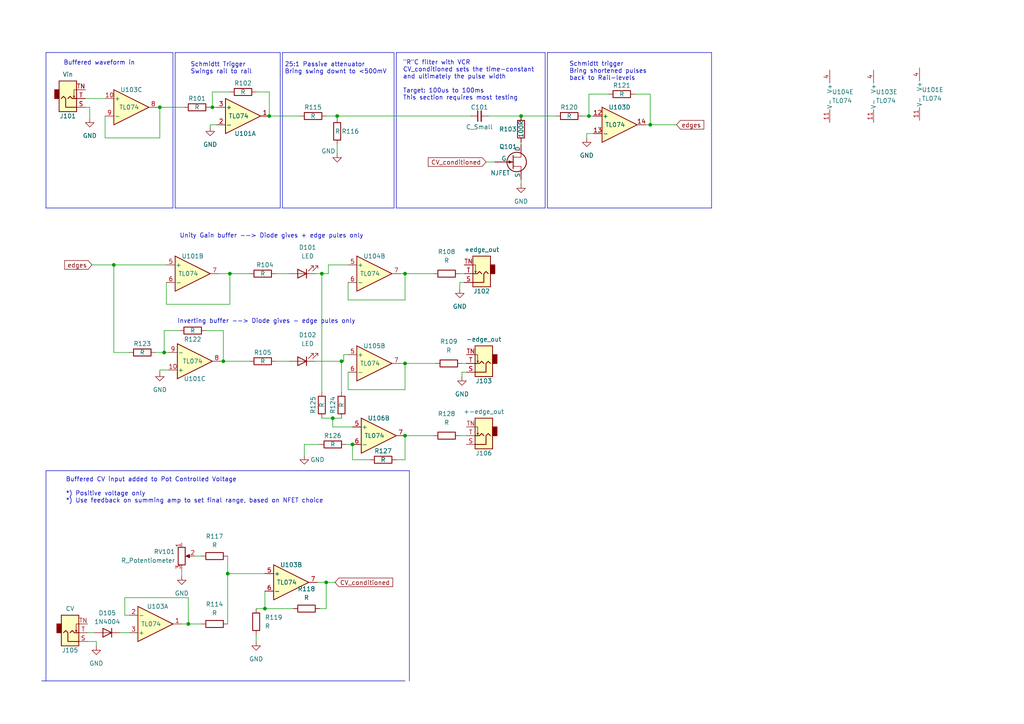
<source format=kicad_sch>
(kicad_sch (version 20230121) (generator eeschema)
  (paper "A4")
  (lib_symbols
    (symbol "Amplifier_Operational:TL074" (pin_names (offset 0.127))
      (property "Reference" "U" (at 0 5.08 0))
      (property "Value" "TL074" (at 0 -5.08 0))
      (symbol "TL074_1_1"
        (polyline (pts (xy -5.08 5.08) (xy 5.08 0) (xy -5.08 -5.08) (xy -5.08 5.08)) (stroke (width 0.254)) (fill (type background)))
        (pin output line (at 7.62 0 180) (length 2.54) (name "~") (number "1"))
        (pin input line (at -7.62 -2.54 0) (length 2.54) (name "-") (number "2"))
        (pin input line (at -7.62 2.54 0) (length 2.54) (name "+") (number "3"))
      )
      (symbol "TL074_2_1"
        (polyline (pts (xy -5.08 5.08) (xy 5.08 0) (xy -5.08 -5.08) (xy -5.08 5.08)) (stroke (width 0.254)) (fill (type background)))
        (pin input line (at -7.62 2.54 0) (length 2.54) (name "+") (number "5"))
        (pin input line (at -7.62 -2.54 0) (length 2.54) (name "-") (number "6"))
        (pin output line (at 7.62 0 180) (length 2.54) (name "~") (number "7"))
      )
      (symbol "TL074_3_1"
        (polyline (pts (xy -5.08 5.08) (xy 5.08 0) (xy -5.08 -5.08) (xy -5.08 5.08)) (stroke (width 0.254)) (fill (type background)))
        (pin input line (at -7.62 2.54 0) (length 2.54) (name "+") (number "10"))
        (pin output line (at 7.62 0 180) (length 2.54) (name "~") (number "8"))
        (pin input line (at -7.62 -2.54 0) (length 2.54) (name "-") (number "9"))
      )
      (symbol "TL074_4_1"
        (polyline (pts (xy -5.08 5.08) (xy 5.08 0) (xy -5.08 -5.08) (xy -5.08 5.08)) (stroke (width 0.254)) (fill (type background)))
        (pin input line (at -7.62 2.54 0) (length 2.54) (name "+") (number "12"))
        (pin input line (at -7.62 -2.54 0) (length 2.54) (name "-") (number "13"))
        (pin output line (at 7.62 0 180) (length 2.54) (name "~") (number "14"))
      )
      (symbol "TL074_5_1"
        (pin power_in line (at -2.54 -7.62 90) (length 3.81) (name "V-") (number "11"))
        (pin power_in line (at -2.54 7.62 270) (length 3.81) (name "V+") (number "4"))
      )
    )
    (symbol "Device:C_Small" (pin_numbers hide) (pin_names (offset 0.254) hide)
      (property "Reference" "C" (at 0.254 1.778 0))
      (property "Value" "C_Small" (at 0.254 -2.032 0))
      (symbol "C_Small_0_1"
        (polyline (pts (xy -1.524 -0.508) (xy 1.524 -0.508)) (stroke (width 0.3302)))
        (polyline (pts (xy -1.524 0.508) (xy 1.524 0.508)) (stroke (width 0.3048)))
      )
      (symbol "C_Small_1_1"
        (pin passive line (at 0 2.54 270) (length 2.032) (name "~") (number "1"))
        (pin passive line (at 0 -2.54 90) (length 2.032) (name "~") (number "2"))
      )
    )
    (symbol "Device:LED" (pin_numbers hide) (pin_names (offset 1.016) hide)
      (property "Reference" "D" (at 0 2.54 0))
      (property "Value" "LED" (at 0 -2.54 0))
      (symbol "LED_0_1"
        (polyline (pts (xy -1.27 -1.27) (xy -1.27 1.27)) (stroke (width 0.254)))
        (polyline (pts (xy -1.27 0) (xy 1.27 0)))
        (polyline (pts (xy 1.27 -1.27) (xy 1.27 1.27) (xy -1.27 0) (xy 1.27 -1.27)) (stroke (width 0.254)))
        (polyline (pts (xy -3.048 -0.762) (xy -4.572 -2.286) (xy -3.81 -2.286) (xy -4.572 -2.286) (xy -4.572 -1.524)))
        (polyline (pts (xy -1.778 -0.762) (xy -3.302 -2.286) (xy -2.54 -2.286) (xy -3.302 -2.286) (xy -3.302 -1.524)))
      )
      (symbol "LED_1_1"
        (pin passive line (at -3.81 0 0) (length 2.54) (name "K") (number "1"))
        (pin passive line (at 3.81 0 180) (length 2.54) (name "A") (number "2"))
      )
    )
    (symbol "Device:R" (pin_numbers hide) (pin_names (offset 0))
      (property "Reference" "R" (at 2.032 0 90))
      (property "Value" "R" (at 0 0 90))
      (symbol "R_0_1"
        (rectangle (start -1.016 -2.54) (end 1.016 2.54) (stroke (width 0.254)))
      )
      (symbol "R_1_1"
        (pin passive line (at 0 3.81 270) (length 1.27) (name "~") (number "1"))
        (pin passive line (at 0 -3.81 90) (length 1.27) (name "~") (number "2"))
      )
    )
    (symbol "Device:R_Potentiometer" (pin_names (offset 1.016) hide)
      (property "Reference" "RV" (at -4.445 0 90))
      (property "Value" "R_Potentiometer" (at -2.54 0 90))
      (symbol "R_Potentiometer_0_1"
        (polyline (pts (xy 2.54 0) (xy 1.524 0)))
        (polyline (pts (xy 1.143 0) (xy 2.286 0.508) (xy 2.286 -0.508) (xy 1.143 0)) (fill (type outline)))
        (rectangle (start 1.016 2.54) (end -1.016 -2.54) (stroke (width 0.254)))
      )
      (symbol "R_Potentiometer_1_1"
        (pin passive line (at 0 3.81 270) (length 1.27) (name "1") (number "1"))
        (pin passive line (at 3.81 0 180) (length 1.27) (name "2") (number "2"))
        (pin passive line (at 0 -3.81 90) (length 1.27) (name "3") (number "3"))
      )
    )
    (symbol "Diode:1N4004" (pin_numbers hide) (pin_names hide)
      (property "Reference" "D" (at 0 2.54 0))
      (property "Value" "1N4004" (at 0 -2.54 0))
      (symbol "1N4004_0_1"
        (polyline (pts (xy -1.27 1.27) (xy -1.27 -1.27)) (stroke (width 0.254)))
        (polyline (pts (xy 1.27 0) (xy -1.27 0)))
        (polyline (pts (xy 1.27 1.27) (xy 1.27 -1.27) (xy -1.27 0) (xy 1.27 1.27)) (stroke (width 0.254)))
      )
      (symbol "1N4004_1_1"
        (pin passive line (at -3.81 0 0) (length 2.54) (name "K") (number "1"))
        (pin passive line (at 3.81 0 180) (length 2.54) (name "A") (number "2"))
      )
    )
    (symbol "Simulation_SPICE:NJFET" (pin_numbers hide) (pin_names (offset 0))
      (property "Reference" "Q" (at 5.08 1.27 0))
      (property "Value" "NJFET" (at 5.08 -1.27 0))
      (symbol "NJFET_0_1"
        (polyline (pts (xy 0.254 1.905) (xy 0.254 -1.905) (xy 0.254 -1.905)) (stroke (width 0.254)))
        (polyline (pts (xy 2.54 -2.54) (xy 2.54 -1.27) (xy 0.254 -1.27)))
        (polyline (pts (xy 2.54 2.54) (xy 2.54 1.397) (xy 0.254 1.397)))
        (polyline (pts (xy 0 0) (xy -1.016 0.381) (xy -1.016 -0.381) (xy 0 0)) (fill (type outline)))
        (circle (center 1.27 0) (radius 2.8194) (stroke (width 0.254)))
      )
      (symbol "NJFET_1_1"
        (pin passive line (at 2.54 5.08 270) (length 2.54) (name "D") (number "1"))
        (pin input line (at -5.08 0 0) (length 5.334) (name "G") (number "2"))
        (pin passive line (at 2.54 -5.08 90) (length 2.54) (name "S") (number "3"))
      )
    )
    (symbol "knob-fondler:mono-jack" (pin_names (offset 1.016))
      (property "Reference" "J" (at -0.254 10.414 0))
      (property "Value" "mono-jack" (at 0 0 0))
      (symbol "mono-jack_0_1"
        (rectangle (start -3.81 5.08) (end -5.08 2.54) (stroke (width 0.254)) (fill (type outline)))
        (polyline (pts (xy 0.508 4.826) (xy 0.762 4.318)))
        (polyline (pts (xy -1.27 5.08) (xy -0.635 4.445) (xy 0 5.08) (xy 1.27 5.08)) (stroke (width 0.254)))
        (polyline (pts (xy 1.27 2.54) (xy 0.508 2.54) (xy 0.508 4.826) (xy 0.254 4.318)))
        (polyline (pts (xy 1.27 7.62) (xy -1.905 7.62) (xy -1.905 5.08) (xy -2.54 4.445) (xy -3.175 5.08)) (stroke (width 0.254)))
        (rectangle (start 1.27 8.89) (end -3.81 0) (stroke (width 0.254)) (fill (type background)))
      )
      (symbol "mono-jack_1_1"
        (pin passive line (at 3.81 7.62 180) (length 2.54) (name "~") (number "S"))
        (pin passive line (at 3.81 5.08 180) (length 2.54) (name "~") (number "T"))
        (pin passive line (at 3.81 2.54 180) (length 2.54) (name "~") (number "TN"))
      )
    )
    (symbol "power:GND" (power) (pin_names (offset 0))
      (property "Value" "GND" (at 0 -3.81 0))
      (symbol "GND_0_1"
        (polyline (pts (xy 0 0) (xy 0 -1.27) (xy 1.27 -1.27) (xy 0 -2.54) (xy -1.27 -1.27) (xy 0 -1.27)))
      )
      (symbol "GND_1_1"
        (pin power_in line (at 0 0 270) (length 0) hide (name "GND") (number "1"))
      )
    )
  )
  (junction (at 76.835 176.53))
  (junction (at 151.13 33.655))
  (junction (at 188.595 36.195))
  (junction (at 54.61 180.975))
  (junction (at 117.475 126.365))
  (junction (at 102.235 128.905))
  (junction (at 47.625 102.235))
  (junction (at 78.105 33.655))
  (junction (at 96.52 121.285))
  (junction (at 117.475 79.375))
  (junction (at 117.475 105.41))
  (junction (at 170.815 33.655))
  (junction (at 61.595 31.115))
  (junction (at 46.355 31.115))
  (junction (at 64.77 104.775))
  (junction (at 93.345 79.375))
  (junction (at 33.02 76.835))
  (junction (at 99.06 104.775))
  (junction (at 94.615 168.91))
  (junction (at 66.675 79.375))
  (junction (at 97.79 33.655))
  (junction (at 66.04 166.37))
  (wire (pts (xy 117.475 79.375) (xy 116.205 79.375)))
  (wire (pts (xy 188.595 36.195) (xy 196.215 36.195)))
  (polyline (pts (xy 13.335 15.24) (xy 50.165 15.24)))
  (wire (pts (xy 94.615 176.53) (xy 94.615 168.91)))
  (wire (pts (xy 117.475 86.995) (xy 117.475 79.375)))
  (wire (pts (xy 133.35 79.375) (xy 134.62 79.375)))
  (wire (pts (xy 116.205 105.41) (xy 117.475 105.41)))
  (wire (pts (xy 46.355 40.005) (xy 46.355 31.115)))
  (wire (pts (xy 133.985 109.22) (xy 133.985 107.95)))
  (polyline (pts (xy 114.935 15.24) (xy 114.935 60.325)))
  (wire (pts (xy 33.02 76.835) (xy 33.02 102.235)))
  (wire (pts (xy 117.475 133.35) (xy 114.935 133.35)))
  (wire (pts (xy 66.04 166.37) (xy 76.835 166.37)))
  (wire (pts (xy 117.475 126.365) (xy 117.475 133.35)))
  (wire (pts (xy 66.675 79.375) (xy 72.39 79.375)))
  (wire (pts (xy 66.675 88.265) (xy 66.675 79.375)))
  (wire (pts (xy 66.04 166.37) (xy 66.04 180.975)))
  (wire (pts (xy 52.705 165.1) (xy 52.705 167.005)))
  (wire (pts (xy 62.865 36.195) (xy 60.96 36.195)))
  (wire (pts (xy 61.595 31.115) (xy 62.865 31.115)))
  (wire (pts (xy 117.475 105.41) (xy 126.365 105.41)))
  (wire (pts (xy 184.15 27.305) (xy 188.595 27.305)))
  (wire (pts (xy 151.13 41.275) (xy 151.13 41.91)))
  (wire (pts (xy 107.315 133.35) (xy 102.235 133.35)))
  (polyline (pts (xy 118.745 136.525) (xy 118.745 197.485)))
  (polyline (pts (xy 13.335 136.525) (xy 118.745 136.525)))
  (polyline (pts (xy 13.335 136.525) (xy 13.335 197.485)))
  (wire (pts (xy 133.35 81.915) (xy 134.62 81.915)))
  (wire (pts (xy 26.035 31.115) (xy 26.035 34.29)))
  (wire (pts (xy 93.345 79.375) (xy 93.345 113.665)))
  (wire (pts (xy 97.79 41.91) (xy 97.79 44.45)))
  (wire (pts (xy 66.675 79.375) (xy 63.5 79.375)))
  (wire (pts (xy 99.695 104.775) (xy 99.695 102.87)))
  (wire (pts (xy 97.79 33.655) (xy 94.615 33.655)))
  (wire (pts (xy 117.475 113.03) (xy 117.475 105.41)))
  (wire (pts (xy 61.595 26.67) (xy 66.675 26.67)))
  (wire (pts (xy 54.61 173.355) (xy 54.61 180.975)))
  (polyline (pts (xy 81.28 60.325) (xy 50.8 60.325)))
  (polyline (pts (xy 50.165 60.325) (xy 13.335 60.325)))
  (wire (pts (xy 61.595 31.115) (xy 61.595 26.67)))
  (wire (pts (xy 99.695 102.87) (xy 100.965 102.87)))
  (wire (pts (xy 76.835 171.45) (xy 76.835 176.53)))
  (polyline (pts (xy 158.115 15.24) (xy 158.115 60.325)))
  (wire (pts (xy 80.01 79.375) (xy 83.82 79.375)))
  (wire (pts (xy 96.52 123.825) (xy 102.235 123.825)))
  (polyline (pts (xy 50.8 15.24) (xy 50.8 60.325)))
  (wire (pts (xy 48.26 81.915) (xy 48.26 88.265)))
  (wire (pts (xy 91.44 79.375) (xy 93.345 79.375)))
  (wire (pts (xy 133.985 107.95) (xy 135.255 107.95)))
  (polyline (pts (xy 206.375 15.24) (xy 206.375 60.325)))
  (polyline (pts (xy 114.3 15.24) (xy 114.3 60.325)))
  (wire (pts (xy 100.965 107.95) (xy 100.965 113.03)))
  (polyline (pts (xy 206.375 60.325) (xy 158.75 60.325)))
  (polyline (pts (xy 158.75 15.24) (xy 206.375 15.24)))
  (wire (pts (xy 66.04 161.29) (xy 66.04 166.37)))
  (wire (pts (xy 27.94 187.325) (xy 27.94 186.055)))
  (polyline (pts (xy 117.475 197.485) (xy 12.065 197.485)))
  (wire (pts (xy 95.25 76.835) (xy 100.965 76.835)))
  (wire (pts (xy 34.925 183.515) (xy 37.465 183.515)))
  (wire (pts (xy 24.765 28.575) (xy 30.48 28.575)))
  (wire (pts (xy 47.625 102.235) (xy 47.625 95.885)))
  (wire (pts (xy 99.06 104.775) (xy 99.695 104.775)))
  (polyline (pts (xy 13.335 15.24) (xy 13.335 60.325)))
  (wire (pts (xy 46.355 107.315) (xy 46.355 107.95)))
  (wire (pts (xy 36.195 173.355) (xy 54.61 173.355)))
  (wire (pts (xy 54.61 180.975) (xy 58.42 180.975)))
  (polyline (pts (xy 50.165 15.24) (xy 50.165 60.325)))
  (wire (pts (xy 93.345 79.375) (xy 95.25 79.375)))
  (wire (pts (xy 96.52 121.285) (xy 96.52 123.825)))
  (wire (pts (xy 74.295 184.15) (xy 74.295 186.055)))
  (wire (pts (xy 46.355 31.115) (xy 45.72 31.115)))
  (wire (pts (xy 94.615 168.91) (xy 92.075 168.91)))
  (wire (pts (xy 143.51 46.99) (xy 140.97 46.99)))
  (wire (pts (xy 64.77 104.775) (xy 72.39 104.775)))
  (polyline (pts (xy 81.915 15.24) (xy 114.3 15.24)))
  (wire (pts (xy 30.48 33.655) (xy 30.48 40.005)))
  (wire (pts (xy 37.465 178.435) (xy 36.195 178.435)))
  (wire (pts (xy 168.91 33.655) (xy 170.815 33.655)))
  (wire (pts (xy 188.595 27.305) (xy 188.595 36.195)))
  (wire (pts (xy 93.345 121.285) (xy 96.52 121.285)))
  (wire (pts (xy 48.26 88.265) (xy 66.675 88.265)))
  (polyline (pts (xy 158.75 15.24) (xy 158.75 60.325)))
  (wire (pts (xy 64.77 95.885) (xy 64.77 104.775)))
  (wire (pts (xy 172.085 38.735) (xy 170.18 38.735)))
  (wire (pts (xy 59.69 95.885) (xy 64.77 95.885)))
  (wire (pts (xy 170.815 33.655) (xy 170.815 27.305)))
  (wire (pts (xy 46.355 31.115) (xy 53.34 31.115)))
  (wire (pts (xy 151.13 52.07) (xy 151.13 53.34)))
  (wire (pts (xy 33.02 76.835) (xy 48.26 76.835)))
  (wire (pts (xy 133.35 126.365) (xy 135.255 126.365)))
  (wire (pts (xy 76.835 176.53) (xy 85.09 176.53)))
  (wire (pts (xy 97.79 33.655) (xy 136.525 33.655)))
  (wire (pts (xy 27.94 186.055) (xy 25.4 186.055)))
  (wire (pts (xy 170.18 38.735) (xy 170.18 40.005)))
  (wire (pts (xy 33.02 102.235) (xy 37.465 102.235)))
  (wire (pts (xy 100.965 86.995) (xy 117.475 86.995)))
  (wire (pts (xy 26.67 76.835) (xy 33.02 76.835)))
  (wire (pts (xy 95.25 79.375) (xy 95.25 76.835)))
  (wire (pts (xy 188.595 36.195) (xy 187.325 36.195)))
  (wire (pts (xy 99.06 104.775) (xy 99.06 113.665)))
  (wire (pts (xy 170.815 27.305) (xy 176.53 27.305)))
  (wire (pts (xy 133.985 105.41) (xy 135.255 105.41)))
  (wire (pts (xy 91.44 104.775) (xy 99.06 104.775)))
  (wire (pts (xy 30.48 40.005) (xy 46.355 40.005)))
  (wire (pts (xy 54.61 180.975) (xy 52.705 180.975)))
  (wire (pts (xy 36.195 178.435) (xy 36.195 173.355)))
  (wire (pts (xy 170.815 33.655) (xy 172.085 33.655)))
  (wire (pts (xy 74.295 26.67) (xy 78.105 26.67)))
  (wire (pts (xy 133.35 83.82) (xy 133.35 81.915)))
  (wire (pts (xy 117.475 79.375) (xy 125.73 79.375)))
  (wire (pts (xy 94.615 168.91) (xy 97.155 168.91)))
  (wire (pts (xy 102.235 133.35) (xy 102.235 128.905)))
  (wire (pts (xy 78.105 26.67) (xy 78.105 33.655)))
  (wire (pts (xy 100.965 81.915) (xy 100.965 86.995)))
  (polyline (pts (xy 114.3 60.325) (xy 81.915 60.325)))
  (wire (pts (xy 141.605 33.655) (xy 151.13 33.655)))
  (wire (pts (xy 100.33 128.905) (xy 102.235 128.905)))
  (wire (pts (xy 60.96 36.195) (xy 60.96 36.83)))
  (wire (pts (xy 47.625 95.885) (xy 52.07 95.885)))
  (wire (pts (xy 56.515 161.29) (xy 58.42 161.29)))
  (wire (pts (xy 45.085 102.235) (xy 47.625 102.235)))
  (polyline (pts (xy 158.115 60.325) (xy 114.935 60.325)))
  (wire (pts (xy 25.4 183.515) (xy 27.305 183.515)))
  (wire (pts (xy 80.01 104.775) (xy 83.82 104.775)))
  (wire (pts (xy 88.265 128.905) (xy 88.265 132.08)))
  (polyline (pts (xy 81.28 15.24) (xy 81.28 60.325)))
  (wire (pts (xy 117.475 126.365) (xy 125.73 126.365)))
  (wire (pts (xy 24.765 31.115) (xy 26.035 31.115)))
  (wire (pts (xy 97.79 33.655) (xy 97.79 34.29)))
  (wire (pts (xy 74.295 176.53) (xy 76.835 176.53)))
  (wire (pts (xy 92.71 128.905) (xy 88.265 128.905)))
  (wire (pts (xy 60.96 31.115) (xy 61.595 31.115)))
  (wire (pts (xy 92.71 176.53) (xy 94.615 176.53)))
  (wire (pts (xy 78.105 33.655) (xy 86.995 33.655)))
  (wire (pts (xy 64.135 104.775) (xy 64.77 104.775)))
  (polyline (pts (xy 81.915 15.24) (xy 81.915 60.325)))
  (wire (pts (xy 47.625 102.235) (xy 48.895 102.235)))
  (wire (pts (xy 96.52 121.285) (xy 99.06 121.285)))
  (wire (pts (xy 151.13 33.655) (xy 161.29 33.655)))
  (wire (pts (xy 100.965 113.03) (xy 117.475 113.03)))
  (wire (pts (xy 48.895 107.315) (xy 46.355 107.315)))
  (polyline (pts (xy 114.935 15.24) (xy 158.115 15.24)))
  (polyline (pts (xy 50.8 15.24) (xy 81.28 15.24)))
  (text "Buffered CV input added to Pot Controlled Voltage\n\n*) Positive voltage only\n*) Use feedback on summing amp to set final range, based on NFET choice" (at 19.05 146.05 0) (effects (font (size 1.27 1.27)) (justify left bottom)))
  (text "Schmidtt Trigger\nSwings rail to rail" (at 55.245 21.59 0) (effects (font (size 1.27 1.27)) (justify left bottom)))
  (text "\"R\"C filter with VCR\nCV_conditioned sets the time-constant\nand ultimately the pulse width\n\nTarget: 100us to 100ms\nThis section requires most testing" (at 116.84 29.21 0) (effects (font (size 1.27 1.27)) (justify left bottom)))
  (text "Inverting buffer --> Diode gives - edge pules only" (at 51.435 93.98 0) (effects (font (size 1.27 1.27)) (justify left bottom)))
  (text "Schmidtt trigger\nBring shortened pulses\nback to Rail-levels" (at 165.1 23.495 0) (effects (font (size 1.27 1.27)) (justify left bottom)))
  (text "25:1 Passive attenuator\nBring swing downt to <500mV" (at 82.55 21.59 0) (effects (font (size 1.27 1.27)) (justify left bottom)))
  (text "Unity Gain buffer --> Diode gives + edge pules only" (at 52.07 69.215 0) (effects (font (size 1.27 1.27)) (justify left bottom)))
  (text "Buffered waveform in\n" (at 18.415 19.05 0) (effects (font (size 1.27 1.27)) (justify left bottom)))
  (global_label "edges" (shape input) (at 196.215 36.195 0) (property "Intersheetrefs" "${INTERSHEET_REFS}" (effects hide)))
  (global_label "edges" (shape input) (at 26.67 76.835 180) (property "Intersheetrefs" "${INTERSHEET_REFS}" (effects hide)))
  (global_label "CV_conditioned" (shape input) (at 97.155 168.91 0) (property "Intersheetrefs" "${INTERSHEET_REFS}" (effects hide)))
  (global_label "CV_conditioned" (shape input) (at 140.97 46.99 180) (property "Intersheetrefs" "${INTERSHEET_REFS}" (effects hide)))
  (symbol (lib_id "Device:R") (at 76.2 79.375 270) (unit 1)
    (property "Reference" "R104" (at 76.835 76.835 90))
    (property "Value" "R" (at 76.2 79.375 90))
    (property "Footprint" "Resistor_SMD:R_0603_1608Metric" (effects hide))
  )
  (symbol (lib_id "power:GND") (at 97.79 44.45 0) (unit 1)
    (property "Reference" "#PWR0115" (effects hide))
    (property "Value" "GND" (at 95.25 43.815 0))
  )
  (symbol (lib_id "Diode:1N4004") (at 31.115 183.515 180) (unit 1)
    (property "Reference" "D105" (at 31.115 177.8 0))
    (property "Value" "1N4004" (at 31.115 180.34 0))
    (property "Footprint" "Diode_THT:D_DO-41_SOD81_P10.16mm_Horizontal" (effects hide))
    (property "Datasheet" "http://www.vishay.com/docs/88503/1n4001.pdf" (effects hide))
    (property "Sim.Device" "D" (effects hide))
    (property "Sim.Pins" "1=K 2=A" (effects hide))
  )
  (symbol (lib_id "Device:R") (at 62.23 180.975 90) (unit 1)
    (property "Reference" "R114" (at 62.23 175.26 90))
    (property "Value" "R" (at 62.23 177.8 90))
    (property "Footprint" "Resistor_SMD:R_0603_1608Metric" (effects hide))
  )
  (symbol (lib_id "Device:C_Small") (at 139.065 33.655 90) (unit 1)
    (property "Reference" "C101" (at 139.065 31.115 90))
    (property "Value" "C_Small" (at 139.065 36.83 90))
    (property "Footprint" "Capacitor_SMD:C_0603_1608Metric" (effects hide))
  )
  (symbol (lib_id "Device:LED") (at 87.63 104.775 180) (unit 1)
    (property "Reference" "D102" (at 89.2175 97.155 0))
    (property "Value" "LED" (at 89.2175 99.695 0))
  )
  (symbol (lib_id "Amplifier_Operational:TL074") (at 243.205 27.94 0) (unit 5)
    (property "Reference" "U104" (at 241.3 26.67 0) (effects (justify left)))
    (property "Value" "TL074" (at 241.3 29.21 0) (effects (justify left)))
    (property "Datasheet" "http://www.ti.com/lit/ds/symlink/tl071.pdf" (effects hide))
  )
  (symbol (lib_id "Device:R") (at 62.23 161.29 90) (unit 1)
    (property "Reference" "R117" (at 62.23 155.575 90))
    (property "Value" "R" (at 62.23 158.115 90))
    (property "Footprint" "Resistor_SMD:R_0603_1608Metric" (effects hide))
  )
  (symbol (lib_id "Device:R") (at 97.79 38.1 180) (unit 1)
    (property "Reference" "R116" (at 99.06 38.1 0) (effects (justify right)))
    (property "Value" "R" (at 97.155 38.1 0) (effects (justify right)))
    (property "Footprint" "Resistor_SMD:R_0603_1608Metric" (effects hide))
  )
  (symbol (lib_id "Device:R") (at 55.88 95.885 270) (unit 1)
    (property "Reference" "R122" (at 55.88 98.425 90))
    (property "Value" "R" (at 55.88 95.885 90))
    (property "Footprint" "Resistor_SMD:R_0603_1608Metric" (effects hide))
  )
  (symbol (lib_id "Device:R") (at 129.54 79.375 270) (unit 1)
    (property "Reference" "R108" (at 129.54 73.025 90))
    (property "Value" "R" (at 129.54 75.565 90))
    (property "Footprint" "Resistor_SMD:R_0603_1608Metric" (effects hide))
  )
  (symbol (lib_id "Amplifier_Operational:TL074") (at 179.705 36.195 0) (unit 4)
    (property "Reference" "U103" (at 179.705 31.115 0))
    (property "Value" "TL074" (at 178.435 36.195 0))
    (property "Datasheet" "http://www.ti.com/lit/ds/symlink/tl071.pdf" (effects hide))
  )
  (symbol (lib_id "Device:R") (at 93.345 117.475 0) (unit 1)
    (property "Reference" "R125" (at 90.805 117.475 90))
    (property "Value" "R" (at 93.345 117.475 90))
    (property "Footprint" "Resistor_SMD:R_0603_1608Metric" (effects hide))
  )
  (symbol (lib_id "Simulation_SPICE:NJFET") (at 148.59 46.99 0) (unit 1)
    (property "Reference" "Q101" (at 144.78 42.545 0) (effects (justify left)))
    (property "Value" "NJFET" (at 142.24 50.165 0) (effects (justify left)))
    (property "Datasheet" "https://ngspice.sourceforge.io/docs/ngspice-html-manual/manual.xhtml#cha_JFETs" (effects hide))
    (property "Sim.Device" "NJFET" (effects hide))
    (property "Sim.Type" "SHICHMANHODGES" (effects hide))
    (property "Sim.Pins" "1=D 2=G 3=S" (effects hide))
  )
  (symbol (lib_id "power:GND") (at 88.265 132.08 0) (unit 1)
    (property "Reference" "#PWR0119" (effects hide))
    (property "Value" "GND" (at 92.075 133.35 0))
  )
  (symbol (lib_id "Device:R") (at 90.805 33.655 90) (unit 1)
    (property "Reference" "R115" (at 90.805 31.115 90))
    (property "Value" "R" (at 90.805 33.655 90))
    (property "Footprint" "Resistor_SMD:R_0603_1608Metric" (effects hide))
  )
  (symbol (lib_id "Amplifier_Operational:TL074") (at 108.585 79.375 0) (unit 2)
    (property "Reference" "U104" (at 108.585 74.295 0))
    (property "Value" "TL074" (at 107.315 79.375 0))
    (property "Datasheet" "http://www.ti.com/lit/ds/symlink/tl071.pdf" (effects hide))
  )
  (symbol (lib_id "Device:R") (at 99.06 117.475 0) (unit 1)
    (property "Reference" "R124" (at 96.52 117.475 90))
    (property "Value" "R" (at 99.06 117.475 90))
    (property "Footprint" "Resistor_SMD:R_0603_1608Metric" (effects hide))
  )
  (symbol (lib_id "knob-fondler:mono-jack") (at 139.065 121.285 180) (unit 1)
    (property "Reference" "J106" (at 140.335 131.445 0))
    (property "Value" "+-edge_out" (at 140.335 119.38 0))
    (property "Vendor" "Thonk" (effects hide))
    (property "PN" "PJ398SM" (effects hide))
    (property "Link" "https://www.thonk.co.uk/shop/thonkiconn/" (effects hide))
  )
  (symbol (lib_id "Amplifier_Operational:TL074") (at 109.855 126.365 0) (unit 2)
    (property "Reference" "U106" (at 109.855 121.285 0))
    (property "Value" "TL074" (at 108.585 126.365 0))
    (property "Datasheet" "http://www.ti.com/lit/ds/symlink/tl071.pdf" (effects hide))
  )
  (symbol (lib_id "Device:LED") (at 87.63 79.375 180) (unit 1)
    (property "Reference" "D101" (at 89.2175 71.755 0))
    (property "Value" "LED" (at 89.2175 74.295 0))
  )
  (symbol (lib_id "power:GND") (at 46.355 107.95 0) (unit 1)
    (property "Reference" "#PWR0118" (effects hide))
    (property "Value" "GND" (at 46.355 113.03 0))
  )
  (symbol (lib_id "Device:R") (at 76.2 104.775 270) (unit 1)
    (property "Reference" "R105" (at 76.2 102.235 90))
    (property "Value" "R" (at 76.2 104.775 90))
    (property "Footprint" "Resistor_SMD:R_0603_1608Metric" (effects hide))
  )
  (symbol (lib_id "Amplifier_Operational:TL074") (at 269.24 27.305 0) (unit 5)
    (property "Reference" "U101" (at 267.335 26.035 0) (effects (justify left)))
    (property "Value" "TL074" (at 267.335 28.575 0) (effects (justify left)))
    (property "Datasheet" "http://www.ti.com/lit/ds/symlink/tl071.pdf" (effects hide))
  )
  (symbol (lib_id "Device:R") (at 151.13 37.465 0) (mirror x) (unit 1)
    (property "Reference" "R103" (at 149.86 37.465 0) (effects (justify right)))
    (property "Value" "100R" (at 151.13 40.005 90) (effects (justify right)))
    (property "Footprint" "Resistor_SMD:R_0603_1608Metric" (effects hide))
  )
  (symbol (lib_id "Device:R") (at 111.125 133.35 270) (unit 1)
    (property "Reference" "R127" (at 111.125 130.81 90))
    (property "Value" "R" (at 111.125 133.35 90))
    (property "Footprint" "Resistor_SMD:R_0603_1608Metric" (effects hide))
  )
  (symbol (lib_id "Device:R") (at 165.1 33.655 90) (unit 1)
    (property "Reference" "R120" (at 165.1 31.115 90))
    (property "Value" "R" (at 165.1 33.655 90))
    (property "Footprint" "Resistor_SMD:R_0603_1608Metric" (effects hide))
  )
  (symbol (lib_id "Amplifier_Operational:TL074") (at 56.515 104.775 0) (mirror x) (unit 3)
    (property "Reference" "U101" (at 56.515 109.855 0))
    (property "Value" "TL074" (at 55.88 104.775 0))
    (property "Datasheet" "http://www.ti.com/lit/ds/symlink/tl071.pdf" (effects hide))
  )
  (symbol (lib_id "Device:R") (at 74.295 180.34 180) (unit 1)
    (property "Reference" "R119" (at 76.835 179.07 0) (effects (justify right)))
    (property "Value" "R" (at 76.835 181.61 0) (effects (justify right)))
    (property "Footprint" "Resistor_SMD:R_0603_1608Metric" (effects hide))
  )
  (symbol (lib_id "knob-fondler:mono-jack") (at 21.59 178.435 0) (mirror x) (unit 1)
    (property "Reference" "J105" (at 20.32 188.595 0))
    (property "Value" "CV" (at 20.32 176.53 0))
    (property "Vendor" "Thonk" (effects hide))
    (property "PN" "PJ398SM" (effects hide))
    (property "Link" "https://www.thonk.co.uk/shop/thonkiconn/" (effects hide))
  )
  (symbol (lib_id "power:GND") (at 133.35 83.82 0) (unit 1)
    (property "Reference" "#PWR0104" (effects hide))
    (property "Value" "GND" (at 133.35 88.9 0))
  )
  (symbol (lib_id "Device:R_Potentiometer") (at 52.705 161.29 0) (unit 1)
    (property "Reference" "RV101" (at 50.8 160.02 0) (effects (justify right)))
    (property "Value" "R_Potentiometer" (at 50.8 162.56 0) (effects (justify right)))
  )
  (symbol (lib_id "Device:R") (at 88.9 176.53 90) (unit 1)
    (property "Reference" "R118" (at 88.9 170.815 90))
    (property "Value" "R" (at 88.9 173.355 90))
    (property "Footprint" "Resistor_SMD:R_0603_1608Metric" (effects hide))
  )
  (symbol (lib_id "power:GND") (at 133.985 109.22 0) (unit 1)
    (property "Reference" "#PWR0105" (effects hide))
    (property "Value" "GND" (at 133.985 114.3 0))
  )
  (symbol (lib_id "Amplifier_Operational:TL074") (at 38.1 31.115 0) (unit 3)
    (property "Reference" "U103" (at 38.1 26.035 0))
    (property "Value" "TL074" (at 37.465 31.115 0))
    (property "Datasheet" "http://www.ti.com/lit/ds/symlink/tl071.pdf" (effects hide))
  )
  (symbol (lib_id "Device:R") (at 180.34 27.305 90) (unit 1)
    (property "Reference" "R121" (at 180.34 24.765 90))
    (property "Value" "R" (at 180.34 27.305 90))
    (property "Footprint" "Resistor_SMD:R_0603_1608Metric" (effects hide))
  )
  (symbol (lib_id "Device:R") (at 96.52 128.905 270) (unit 1)
    (property "Reference" "R126" (at 96.52 126.365 90))
    (property "Value" "R" (at 96.52 128.905 90))
    (property "Footprint" "Resistor_SMD:R_0603_1608Metric" (effects hide))
  )
  (symbol (lib_id "power:GND") (at 26.035 34.29 0) (unit 1)
    (property "Reference" "#PWR0102" (effects hide))
    (property "Value" "GND" (at 26.035 39.37 0))
  )
  (symbol (lib_id "Amplifier_Operational:TL074") (at 55.88 79.375 0) (unit 2)
    (property "Reference" "U101" (at 55.88 74.295 0))
    (property "Value" "TL074" (at 54.61 79.375 0))
    (property "Datasheet" "http://www.ti.com/lit/ds/symlink/tl071.pdf" (effects hide))
  )
  (symbol (lib_id "Amplifier_Operational:TL074") (at 70.485 33.655 0) (unit 1)
    (property "Reference" "U101" (at 71.12 38.735 0))
    (property "Value" "TL074" (at 69.215 33.655 0))
    (property "Datasheet" "http://www.ti.com/lit/ds/symlink/tl071.pdf" (effects hide))
  )
  (symbol (lib_id "Amplifier_Operational:TL074") (at 84.455 168.91 0) (unit 2)
    (property "Reference" "U103" (at 84.455 163.83 0))
    (property "Value" "TL074" (at 83.185 168.91 0))
    (property "Datasheet" "http://www.ti.com/lit/ds/symlink/tl071.pdf" (effects hide))
  )
  (symbol (lib_id "power:GND") (at 27.94 187.325 0) (unit 1)
    (property "Reference" "#PWR0103" (effects hide))
    (property "Value" "GND" (at 27.94 192.405 0))
  )
  (symbol (lib_id "Amplifier_Operational:TL074") (at 108.585 105.41 0) (unit 2)
    (property "Reference" "U105" (at 108.585 100.33 0))
    (property "Value" "TL074" (at 107.315 105.41 0))
    (property "Datasheet" "http://www.ti.com/lit/ds/symlink/tl071.pdf" (effects hide))
  )
  (symbol (lib_id "power:GND") (at 170.18 40.005 0) (mirror y) (unit 1)
    (property "Reference" "#PWR0117" (effects hide))
    (property "Value" "GND" (at 170.18 45.085 0))
  )
  (symbol (lib_id "power:GND") (at 60.96 36.83 0) (unit 1)
    (property "Reference" "#PWR0101" (effects hide))
    (property "Value" "GND" (at 60.96 41.91 0))
  )
  (symbol (lib_id "Device:R") (at 57.15 31.115 90) (unit 1)
    (property "Reference" "R101" (at 57.15 28.575 90))
    (property "Value" "R" (at 57.15 31.115 90))
    (property "Footprint" "Resistor_SMD:R_0603_1608Metric" (effects hide))
  )
  (symbol (lib_id "Device:R") (at 70.485 26.67 90) (unit 1)
    (property "Reference" "R102" (at 70.485 24.13 90))
    (property "Value" "R" (at 70.485 26.67 90))
    (property "Footprint" "Resistor_SMD:R_0603_1608Metric" (effects hide))
  )
  (symbol (lib_id "power:GND") (at 74.295 186.055 0) (unit 1)
    (property "Reference" "#PWR0116" (effects hide))
    (property "Value" "GND" (at 74.295 191.135 0))
  )
  (symbol (lib_id "power:GND") (at 52.705 167.005 0) (unit 1)
    (property "Reference" "#PWR0114" (effects hide))
    (property "Value" "GND" (at 52.705 172.085 0))
  )
  (symbol (lib_id "Amplifier_Operational:TL074") (at 45.085 180.975 0) (mirror x) (unit 1)
    (property "Reference" "U103" (at 45.72 175.895 0))
    (property "Value" "TL074" (at 43.815 180.975 0))
    (property "Datasheet" "http://www.ti.com/lit/ds/symlink/tl071.pdf" (effects hide))
  )
  (symbol (lib_id "Device:R") (at 129.54 126.365 270) (unit 1)
    (property "Reference" "R128" (at 129.54 120.015 90))
    (property "Value" "R" (at 129.54 122.555 90))
    (property "Footprint" "Resistor_SMD:R_0603_1608Metric" (effects hide))
  )
  (symbol (lib_id "Device:R") (at 41.275 102.235 270) (unit 1)
    (property "Reference" "R123" (at 41.275 99.695 90))
    (property "Value" "R" (at 41.275 102.235 90))
    (property "Footprint" "Resistor_SMD:R_0603_1608Metric" (effects hide))
  )
  (symbol (lib_id "Amplifier_Operational:TL074") (at 255.905 27.94 0) (unit 5)
    (property "Reference" "U103" (at 254 26.67 0) (effects (justify left)))
    (property "Value" "TL074" (at 254 29.21 0) (effects (justify left)))
    (property "Datasheet" "http://www.ti.com/lit/ds/symlink/tl071.pdf" (effects hide))
  )
  (symbol (lib_id "knob-fondler:mono-jack") (at 20.955 23.495 0) (mirror x) (unit 1)
    (property "Reference" "J101" (at 19.685 33.655 0))
    (property "Value" "Vin" (at 19.685 21.59 0))
    (property "Vendor" "Thonk" (effects hide))
    (property "PN" "PJ398SM" (effects hide))
    (property "Link" "https://www.thonk.co.uk/shop/thonkiconn/" (effects hide))
  )
  (symbol (lib_id "knob-fondler:mono-jack") (at 138.43 74.295 180) (unit 1)
    (property "Reference" "J102" (at 139.7 84.455 0))
    (property "Value" "+edge_out" (at 139.7 72.39 0))
    (property "Vendor" "Thonk" (effects hide))
    (property "PN" "PJ398SM" (effects hide))
    (property "Link" "https://www.thonk.co.uk/shop/thonkiconn/" (effects hide))
  )
  (symbol (lib_id "Device:R") (at 130.175 105.41 270) (unit 1)
    (property "Reference" "R109" (at 130.175 99.06 90))
    (property "Value" "R" (at 130.175 101.6 90))
    (property "Footprint" "Resistor_SMD:R_0603_1608Metric" (effects hide))
  )
  (symbol (lib_id "power:GND") (at 151.13 53.34 0) (mirror y) (unit 1)
    (property "Reference" "#PWR0113" (effects hide))
    (property "Value" "GND" (at 151.13 58.42 0))
  )
  (symbol (lib_id "knob-fondler:mono-jack") (at 139.065 100.33 180) (unit 1)
    (property "Reference" "J103" (at 140.335 110.49 0))
    (property "Value" "-edge_out" (at 140.335 98.425 0))
    (property "Vendor" "Thonk" (effects hide))
    (property "PN" "PJ398SM" (effects hide))
    (property "Link" "https://www.thonk.co.uk/shop/thonkiconn/" (effects hide))
  )
)
</source>
